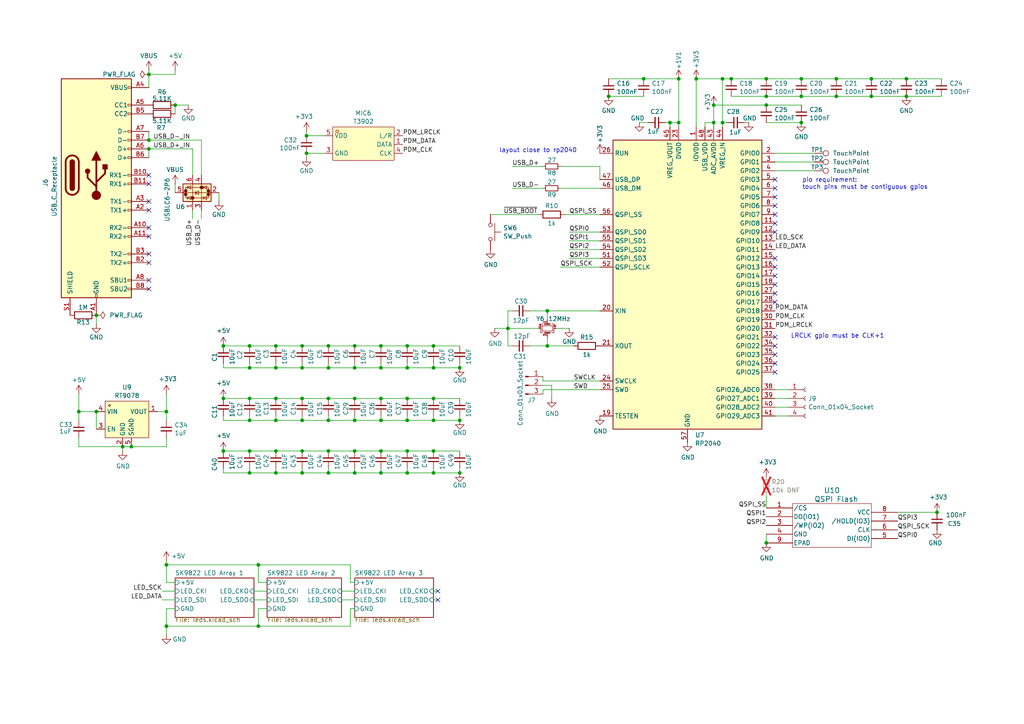
<source format=kicad_sch>
(kicad_sch (version 20231120) (generator "eeschema") (generator_version "8.0")
  (paper "A4")
  (junction (at 222.25 22.86))
  (junction (at 118.11 100.33))
  (junction (at 158.75 90.17))
  (junction (at 95.25 115.57))
  (junction (at 64.77 100.33))
  (junction (at 232.41 35.56))
  (junction (at 196.85 22.86))
  (junction (at 118.11 115.57))
  (junction (at 207.01 35.56))
  (junction (at 80.01 115.57))
  (junction (at 133.35 106.68))
  (junction (at 196.85 35.56))
  (junction (at 147.32 95.25))
  (junction (at 232.41 27.94))
  (junction (at 87.63 121.92))
  (junction (at 35.56 129.54))
  (junction (at 87.63 106.68))
  (junction (at 158.75 100.33))
  (junction (at 110.49 106.68))
  (junction (at 80.01 137.16))
  (junction (at 125.73 121.92))
  (junction (at 102.87 137.16))
  (junction (at 87.63 137.16))
  (junction (at 50.8 30.48))
  (junction (at 242.57 22.86))
  (junction (at 95.25 100.33))
  (junction (at 95.25 130.81))
  (junction (at 118.11 121.92))
  (junction (at 102.87 121.92))
  (junction (at 110.49 137.16))
  (junction (at 72.39 115.57))
  (junction (at 72.39 130.81))
  (junction (at 110.49 121.92))
  (junction (at 74.93 163.83))
  (junction (at 209.55 35.56))
  (junction (at 43.18 43.18))
  (junction (at 80.01 106.68))
  (junction (at 88.9 44.45))
  (junction (at 252.73 22.86))
  (junction (at 48.26 181.61))
  (junction (at 118.11 137.16))
  (junction (at 72.39 106.68))
  (junction (at 72.39 137.16))
  (junction (at 222.25 27.94))
  (junction (at 80.01 100.33))
  (junction (at 95.25 121.92))
  (junction (at 87.63 130.81))
  (junction (at 125.73 106.68))
  (junction (at 72.39 121.92))
  (junction (at 80.01 130.81))
  (junction (at 222.25 157.48))
  (junction (at 194.31 35.56))
  (junction (at 262.89 22.86))
  (junction (at 110.49 130.81))
  (junction (at 43.18 40.64))
  (junction (at 38.1 129.54))
  (junction (at 176.53 27.94))
  (junction (at 48.26 163.83))
  (junction (at 27.94 91.44))
  (junction (at 102.87 115.57))
  (junction (at 102.87 130.81))
  (junction (at 133.35 121.92))
  (junction (at 252.73 27.94))
  (junction (at 102.87 100.33))
  (junction (at 186.69 22.86))
  (junction (at 242.57 27.94))
  (junction (at 110.49 100.33))
  (junction (at 262.89 27.94))
  (junction (at 209.55 22.86))
  (junction (at 43.18 21.59))
  (junction (at 207.01 30.48))
  (junction (at 125.73 137.16))
  (junction (at 201.93 22.86))
  (junction (at 27.94 119.38))
  (junction (at 88.9 39.37))
  (junction (at 222.25 30.48))
  (junction (at 125.73 115.57))
  (junction (at 125.73 130.81))
  (junction (at 133.35 137.16))
  (junction (at 102.87 106.68))
  (junction (at 95.25 106.68))
  (junction (at 22.86 119.38))
  (junction (at 125.73 100.33))
  (junction (at 95.25 137.16))
  (junction (at 118.11 106.68))
  (junction (at 87.63 100.33))
  (junction (at 72.39 100.33))
  (junction (at 110.49 115.57))
  (junction (at 48.26 119.38))
  (junction (at 271.78 148.59))
  (junction (at 64.77 115.57))
  (junction (at 212.09 22.86))
  (junction (at 118.11 130.81))
  (junction (at 87.63 115.57))
  (junction (at 64.77 130.81))
  (junction (at 80.01 121.92))
  (junction (at 74.93 181.61))
  (junction (at 232.41 22.86))
  (no_connect (at 43.18 83.82))
  (no_connect (at 224.79 54.61))
  (no_connect (at 43.18 68.58))
  (no_connect (at 43.18 60.96))
  (no_connect (at 43.18 76.2))
  (no_connect (at 224.79 52.07))
  (no_connect (at 224.79 77.47))
  (no_connect (at 224.79 85.09))
  (no_connect (at 224.79 80.01))
  (no_connect (at 43.18 73.66))
  (no_connect (at 127 171.45))
  (no_connect (at 127 173.99))
  (no_connect (at 224.79 87.63))
  (no_connect (at 224.79 102.87))
  (no_connect (at 224.79 97.79))
  (no_connect (at 224.79 62.23))
  (no_connect (at 43.18 81.28))
  (no_connect (at 43.18 53.34))
  (no_connect (at 224.79 74.93))
  (no_connect (at 224.79 107.95))
  (no_connect (at 224.79 100.33))
  (no_connect (at 43.18 58.42))
  (no_connect (at 224.79 64.77))
  (no_connect (at 224.79 57.15))
  (no_connect (at 224.79 67.31))
  (no_connect (at 43.18 66.04))
  (no_connect (at 224.79 82.55))
  (no_connect (at 224.79 105.41))
  (no_connect (at 43.18 50.8))
  (no_connect (at 224.79 59.69))
  (wire (pts (xy 118.11 105.41) (xy 118.11 106.68)))
  (wire (pts (xy 201.93 22.86) (xy 201.93 36.83)))
  (wire (pts (xy 158.75 100.33) (xy 158.75 97.79)))
  (wire (pts (xy 58.42 40.64) (xy 43.18 40.64)))
  (wire (pts (xy 87.63 130.81) (xy 95.25 130.81)))
  (wire (pts (xy 133.35 106.68) (xy 125.73 106.68)))
  (wire (pts (xy 87.63 137.16) (xy 95.25 137.16)))
  (wire (pts (xy 87.63 120.65) (xy 87.63 121.92)))
  (wire (pts (xy 64.77 121.92) (xy 64.77 120.65)))
  (wire (pts (xy 48.26 168.91) (xy 50.8 168.91)))
  (wire (pts (xy 95.25 115.57) (xy 102.87 115.57)))
  (wire (pts (xy 48.26 163.83) (xy 74.93 163.83)))
  (wire (pts (xy 43.18 20.32) (xy 43.18 21.59)))
  (wire (pts (xy 158.75 90.17) (xy 173.99 90.17)))
  (wire (pts (xy 118.11 106.68) (xy 125.73 106.68)))
  (wire (pts (xy 48.26 176.53) (xy 50.8 176.53)))
  (wire (pts (xy 72.39 105.41) (xy 72.39 106.68)))
  (wire (pts (xy 95.25 137.16) (xy 102.87 137.16)))
  (wire (pts (xy 222.25 154.94) (xy 222.25 157.48)))
  (wire (pts (xy 48.26 181.61) (xy 48.26 176.53)))
  (wire (pts (xy 77.47 171.45) (xy 73.66 171.45)))
  (wire (pts (xy 101.6 163.83) (xy 101.6 168.91)))
  (wire (pts (xy 236.22 46.99) (xy 224.79 46.99)))
  (wire (pts (xy 242.57 22.86) (xy 252.73 22.86)))
  (wire (pts (xy 74.93 176.53) (xy 77.47 176.53)))
  (wire (pts (xy 222.25 143.51) (xy 222.25 147.32)))
  (wire (pts (xy 236.22 49.53) (xy 224.79 49.53)))
  (wire (pts (xy 157.48 48.26) (xy 148.59 48.26)))
  (wire (pts (xy 87.63 121.92) (xy 95.25 121.92)))
  (wire (pts (xy 157.48 54.61) (xy 148.59 54.61)))
  (wire (pts (xy 35.56 129.54) (xy 38.1 129.54)))
  (wire (pts (xy 102.87 135.89) (xy 102.87 137.16)))
  (wire (pts (xy 72.39 100.33) (xy 80.01 100.33)))
  (wire (pts (xy 176.53 27.94) (xy 186.69 27.94)))
  (wire (pts (xy 118.11 137.16) (xy 110.49 137.16)))
  (wire (pts (xy 118.11 121.92) (xy 125.73 121.92)))
  (wire (pts (xy 102.87 120.65) (xy 102.87 121.92)))
  (wire (pts (xy 58.42 60.96) (xy 58.42 63.5)))
  (wire (pts (xy 158.75 100.33) (xy 166.37 100.33)))
  (wire (pts (xy 157.48 113.03) (xy 157.48 114.3)))
  (wire (pts (xy 74.93 163.83) (xy 101.6 163.83)))
  (wire (pts (xy 48.26 114.3) (xy 48.26 119.38)))
  (wire (pts (xy 48.26 181.61) (xy 48.26 184.15)))
  (wire (pts (xy 204.47 35.56) (xy 204.47 36.83)))
  (wire (pts (xy 118.11 115.57) (xy 125.73 115.57)))
  (wire (pts (xy 204.47 35.56) (xy 207.01 35.56)))
  (wire (pts (xy 147.32 90.17) (xy 148.59 90.17)))
  (wire (pts (xy 87.63 106.68) (xy 80.01 106.68)))
  (wire (pts (xy 72.39 121.92) (xy 64.77 121.92)))
  (wire (pts (xy 88.9 45.72) (xy 88.9 44.45)))
  (wire (pts (xy 22.86 129.54) (xy 35.56 129.54)))
  (wire (pts (xy 43.18 40.64) (xy 43.18 38.1)))
  (wire (pts (xy 80.01 135.89) (xy 80.01 137.16)))
  (wire (pts (xy 142.24 62.23) (xy 156.21 62.23)))
  (wire (pts (xy 212.09 27.94) (xy 222.25 27.94)))
  (wire (pts (xy 110.49 120.65) (xy 110.49 121.92)))
  (wire (pts (xy 125.73 171.45) (xy 127 171.45)))
  (wire (pts (xy 80.01 130.81) (xy 87.63 130.81)))
  (wire (pts (xy 46.99 171.45) (xy 50.8 171.45)))
  (wire (pts (xy 110.49 115.57) (xy 118.11 115.57)))
  (wire (pts (xy 157.48 113.03) (xy 173.99 113.03)))
  (wire (pts (xy 118.11 137.16) (xy 125.73 137.16)))
  (wire (pts (xy 165.1 67.31) (xy 173.99 67.31)))
  (wire (pts (xy 43.18 25.4) (xy 43.18 21.59)))
  (wire (pts (xy 260.35 148.59) (xy 271.78 148.59)))
  (wire (pts (xy 74.93 181.61) (xy 101.6 181.61)))
  (wire (pts (xy 173.99 48.26) (xy 173.99 52.07)))
  (wire (pts (xy 80.01 100.33) (xy 87.63 100.33)))
  (wire (pts (xy 50.8 173.99) (xy 46.99 173.99)))
  (wire (pts (xy 43.18 45.72) (xy 43.18 43.18)))
  (wire (pts (xy 64.77 100.33) (xy 72.39 100.33)))
  (wire (pts (xy 64.77 106.68) (xy 64.77 105.41)))
  (wire (pts (xy 224.79 118.11) (xy 228.6 118.11)))
  (wire (pts (xy 201.93 22.86) (xy 209.55 22.86)))
  (wire (pts (xy 224.79 120.65) (xy 228.6 120.65)))
  (wire (pts (xy 133.35 106.68) (xy 133.35 105.41)))
  (wire (pts (xy 101.6 168.91) (xy 102.87 168.91)))
  (wire (pts (xy 147.32 90.17) (xy 147.32 95.25)))
  (wire (pts (xy 80.01 120.65) (xy 80.01 121.92)))
  (wire (pts (xy 87.63 115.57) (xy 95.25 115.57)))
  (wire (pts (xy 55.88 43.18) (xy 43.18 43.18)))
  (wire (pts (xy 118.11 130.81) (xy 125.73 130.81)))
  (wire (pts (xy 48.26 127) (xy 48.26 129.54)))
  (wire (pts (xy 125.73 100.33) (xy 133.35 100.33)))
  (wire (pts (xy 22.86 121.92) (xy 22.86 119.38)))
  (wire (pts (xy 72.39 137.16) (xy 64.77 137.16)))
  (wire (pts (xy 48.26 121.92) (xy 48.26 119.38)))
  (wire (pts (xy 72.39 106.68) (xy 64.77 106.68)))
  (wire (pts (xy 95.25 100.33) (xy 102.87 100.33)))
  (wire (pts (xy 125.73 135.89) (xy 125.73 137.16)))
  (wire (pts (xy 110.49 100.33) (xy 118.11 100.33)))
  (wire (pts (xy 232.41 30.48) (xy 222.25 30.48)))
  (wire (pts (xy 80.01 137.16) (xy 72.39 137.16)))
  (wire (pts (xy 125.73 115.57) (xy 133.35 115.57)))
  (wire (pts (xy 88.9 44.45) (xy 93.98 44.45)))
  (wire (pts (xy 80.01 115.57) (xy 87.63 115.57)))
  (wire (pts (xy 95.25 130.81) (xy 102.87 130.81)))
  (wire (pts (xy 196.85 22.86) (xy 196.85 35.56)))
  (wire (pts (xy 118.11 106.68) (xy 110.49 106.68)))
  (wire (pts (xy 63.5 58.42) (xy 63.5 55.88)))
  (wire (pts (xy 193.04 35.56) (xy 194.31 35.56)))
  (wire (pts (xy 207.01 35.56) (xy 207.01 36.83)))
  (wire (pts (xy 232.41 22.86) (xy 242.57 22.86)))
  (wire (pts (xy 207.01 30.48) (xy 222.25 30.48)))
  (wire (pts (xy 55.88 43.18) (xy 55.88 50.8)))
  (wire (pts (xy 161.29 95.25) (xy 165.1 95.25)))
  (wire (pts (xy 133.35 137.16) (xy 125.73 137.16)))
  (wire (pts (xy 48.26 162.56) (xy 48.26 163.83)))
  (wire (pts (xy 224.79 113.03) (xy 228.6 113.03)))
  (wire (pts (xy 118.11 121.92) (xy 110.49 121.92)))
  (wire (pts (xy 102.87 115.57) (xy 110.49 115.57)))
  (wire (pts (xy 101.6 176.53) (xy 102.87 176.53)))
  (wire (pts (xy 173.99 77.47) (xy 162.56 77.47)))
  (wire (pts (xy 212.09 22.86) (xy 222.25 22.86)))
  (wire (pts (xy 50.8 53.34) (xy 50.8 55.88)))
  (wire (pts (xy 50.8 30.48) (xy 54.61 30.48)))
  (wire (pts (xy 74.93 163.83) (xy 74.93 168.91)))
  (wire (pts (xy 186.69 22.86) (xy 196.85 22.86)))
  (wire (pts (xy 209.55 35.56) (xy 209.55 22.86)))
  (wire (pts (xy 153.67 100.33) (xy 158.75 100.33)))
  (wire (pts (xy 50.8 33.02) (xy 50.8 30.48)))
  (wire (pts (xy 102.87 106.68) (xy 110.49 106.68)))
  (wire (pts (xy 262.89 22.86) (xy 273.05 22.86)))
  (wire (pts (xy 125.73 120.65) (xy 125.73 121.92)))
  (wire (pts (xy 64.77 137.16) (xy 64.77 135.89)))
  (wire (pts (xy 58.42 50.8) (xy 58.42 40.64)))
  (wire (pts (xy 110.49 105.41) (xy 110.49 106.68)))
  (wire (pts (xy 22.86 119.38) (xy 27.94 119.38)))
  (wire (pts (xy 80.01 106.68) (xy 72.39 106.68)))
  (wire (pts (xy 194.31 35.56) (xy 194.31 36.83)))
  (wire (pts (xy 125.73 173.99) (xy 127 173.99)))
  (wire (pts (xy 27.94 93.98) (xy 27.94 91.44)))
  (wire (pts (xy 87.63 137.16) (xy 80.01 137.16)))
  (wire (pts (xy 158.75 92.71) (xy 158.75 90.17)))
  (wire (pts (xy 222.25 22.86) (xy 232.41 22.86)))
  (wire (pts (xy 102.87 137.16) (xy 110.49 137.16)))
  (wire (pts (xy 102.87 105.41) (xy 102.87 106.68)))
  (wire (pts (xy 99.06 171.45) (xy 102.87 171.45)))
  (wire (pts (xy 48.26 163.83) (xy 48.26 168.91)))
  (wire (pts (xy 147.32 100.33) (xy 148.59 100.33)))
  (wire (pts (xy 55.88 60.96) (xy 55.88 63.5)))
  (wire (pts (xy 133.35 121.92) (xy 133.35 120.65)))
  (wire (pts (xy 176.53 22.86) (xy 186.69 22.86)))
  (wire (pts (xy 101.6 176.53) (xy 101.6 181.61)))
  (wire (pts (xy 102.87 100.33) (xy 110.49 100.33)))
  (wire (pts (xy 252.73 22.86) (xy 262.89 22.86)))
  (wire (pts (xy 133.35 137.16) (xy 133.35 135.89)))
  (wire (pts (xy 95.25 106.68) (xy 102.87 106.68)))
  (wire (pts (xy 87.63 121.92) (xy 80.01 121.92)))
  (wire (pts (xy 157.48 110.49) (xy 157.48 109.22)))
  (wire (pts (xy 72.39 135.89) (xy 72.39 137.16)))
  (wire (pts (xy 165.1 72.39) (xy 173.99 72.39)))
  (wire (pts (xy 64.77 130.81) (xy 72.39 130.81)))
  (wire (pts (xy 242.57 27.94) (xy 252.73 27.94)))
  (wire (pts (xy 87.63 135.89) (xy 87.63 137.16)))
  (wire (pts (xy 209.55 35.56) (xy 209.55 36.83)))
  (wire (pts (xy 87.63 100.33) (xy 95.25 100.33)))
  (wire (pts (xy 88.9 38.1) (xy 88.9 39.37)))
  (wire (pts (xy 217.17 35.56) (xy 215.9 35.56)))
  (wire (pts (xy 207.01 30.48) (xy 207.01 35.56)))
  (wire (pts (xy 110.49 130.81) (xy 118.11 130.81)))
  (wire (pts (xy 162.56 48.26) (xy 173.99 48.26)))
  (wire (pts (xy 222.25 35.56) (xy 232.41 35.56)))
  (wire (pts (xy 194.31 35.56) (xy 196.85 35.56)))
  (wire (pts (xy 72.39 120.65) (xy 72.39 121.92)))
  (wire (pts (xy 35.56 129.54) (xy 35.56 130.81)))
  (wire (pts (xy 173.99 54.61) (xy 162.56 54.61)))
  (wire (pts (xy 50.8 21.59) (xy 43.18 21.59)))
  (wire (pts (xy 147.32 95.25) (xy 147.32 100.33)))
  (wire (pts (xy 160.02 111.76) (xy 160.02 115.57)))
  (wire (pts (xy 87.63 105.41) (xy 87.63 106.68)))
  (wire (pts (xy 118.11 100.33) (xy 125.73 100.33)))
  (wire (pts (xy 118.11 135.89) (xy 118.11 137.16)))
  (wire (pts (xy 22.86 127) (xy 22.86 129.54)))
  (wire (pts (xy 222.25 27.94) (xy 232.41 27.94)))
  (wire (pts (xy 163.83 62.23) (xy 173.99 62.23)))
  (wire (pts (xy 95.25 121.92) (xy 102.87 121.92)))
  (wire (pts (xy 72.39 130.81) (xy 80.01 130.81)))
  (wire (pts (xy 157.48 110.49) (xy 173.99 110.49)))
  (wire (pts (xy 102.87 130.81) (xy 110.49 130.81)))
  (wire (pts (xy 262.89 27.94) (xy 273.05 27.94)))
  (wire (pts (xy 165.1 69.85) (xy 173.99 69.85)))
  (wire (pts (xy 73.66 173.99) (xy 77.47 173.99)))
  (wire (pts (xy 252.73 27.94) (xy 262.89 27.94)))
  (wire (pts (xy 224.79 115.57) (xy 228.6 115.57)))
  (wire (pts (xy 74.93 168.91) (xy 77.47 168.91)))
  (wire (pts (xy 185.42 35.56) (xy 187.96 35.56)))
  (wire (pts (xy 210.82 35.56) (xy 209.55 35.56)))
  (wire (pts (xy 236.22 44.45) (xy 224.79 44.45)))
  (wire (pts (xy 157.48 111.76) (xy 160.02 111.76)))
  (wire (pts (xy 102.87 121.92) (xy 110.49 121.92)))
  (wire (pts (xy 209.55 22.86) (xy 212.09 22.86)))
  (wire (pts (xy 110.49 135.89) (xy 110.49 137.16)))
  (wire (pts (xy 125.73 105.41) (xy 125.73 106.68)))
  (wire (pts (xy 48.26 129.54) (xy 38.1 129.54)))
  (wire (pts (xy 74.93 181.61) (xy 74.93 176.53)))
  (wire (pts (xy 95.25 120.65) (xy 95.25 121.92)))
  (wire (pts (xy 88.9 39.37) (xy 93.98 39.37)))
  (wire (pts (xy 133.35 121.92) (xy 125.73 121.92)))
  (wire (pts (xy 48.26 119.38) (xy 45.72 119.38)))
  (wire (pts (xy 143.51 95.25) (xy 147.32 95.25)))
  (wire (pts (xy 102.87 173.99) (xy 99.06 173.99)))
  (wire (pts (xy 153.67 90.17) (xy 158.75 90.17)))
  (wire (pts (xy 118.11 120.65) (xy 118.11 121.92)))
  (wire (pts (xy 72.39 115.57) (xy 80.01 115.57)))
  (wire (pts (xy 147.32 95.25) (xy 156.21 95.25)))
  (wire (pts (xy 165.1 74.93) (xy 173.99 74.93)))
  (wire (pts (xy 80.01 121.92) (xy 72.39 121.92)))
  (wire (pts (xy 87.63 106.68) (xy 95.25 106.68)))
  (wire (pts (xy 232.41 27.94) (xy 242.57 27.94)))
  (wire (pts (xy 50.8 20.32) (xy 50.8 21.59)))
  (wire (pts (xy 22.86 114.3) (xy 22.86 119.38)))
  (wire (pts (xy 95.25 135.89) (xy 95.25 137.16)))
  (wire (pts (xy 64.77 115.57) (xy 72.39 115.57)))
  (wire (pts (xy 48.26 181.61) (xy 74.93 181.61)))
  (wire (pts (xy 80.01 105.41) (xy 80.01 106.68)))
  (wire (pts (xy 27.94 119.38) (xy 27.94 124.46)))
  (wire (pts (xy 125.73 130.81) (xy 133.35 130.81)))
  (wire (pts (xy 95.25 105.41) (xy 95.25 106.68)))
  (wire (pts (xy 196.85 35.56) (xy 196.85 36.83)))
  (text "layout close to rp2040" (at 144.78 44.45 0) (effects (font (size 1.27 1.27)) (justify left bottom)))
  (text "pio requirement:\ntouch pins must be contiguous gpios" (at 232.664 53.34 0) (effects (font (size 1.27 1.27)) (justify left)))
  (text "LRCLK gpio must be CLK+1" (at 229.362 97.536 0) (effects (font (size 1.27 1.27)) (justify left)))
  (label "USB_D+_IN" (at 44.45 43.18 0))
  (label "USB_D+" (at 55.88 63.5 270))
  (label "SWCLK" (at 166.37 110.49 0))
  (label "LED_DATA" (at 46.99 173.99 180))
  (label "LED_SCK" (at 46.99 171.45 180))
  (label "QSPI1" (at 222.25 149.86 180))
  (label "QSPI2" (at 165.1 72.39 0))
  (label "QSPI_SCK" (at 162.56 77.47 0))
  (label "QSPI1" (at 165.1 69.85 0))
  (label "~{USB_BOOT}" (at 146.05 62.23 0))
  (label "PDM_LRCLK" (at 116.84 39.37 0))
  (label "QSPI3" (at 260.35 151.13 0))
  (label "LED_SCK" (at 224.79 69.85 0))
  (label "LED_DATA" (at 224.79 72.39 0))
  (label "QSPI3" (at 165.1 74.93 0))
  (label "QSPI_SS" (at 222.25 147.32 180))
  (label "PDM_CLK" (at 116.84 44.45 0))
  (label "PDM_CLK" (at 224.79 92.71 0))
  (label "USB_D-" (at 148.59 54.61 0))
  (label "PDM_DATA" (at 116.84 41.91 0))
  (label "QSPI_SS" (at 165.1 62.23 0))
  (label "QSPI0" (at 260.35 156.21 0))
  (label "USB_D+" (at 148.59 48.26 0))
  (label "USB_D-" (at 58.42 63.5 270))
  (label "QSPI2" (at 222.25 152.4 180))
  (label "USB_D-_IN" (at 44.45 40.64 0))
  (label "QSPI_SCK" (at 260.35 153.67 0))
  (label "SWD" (at 166.37 113.03 0))
  (label "PDM_DATA" (at 224.79 90.17 0))
  (label "QSPI0" (at 165.1 67.31 0))
  (label "PDM_LRCLK" (at 224.79 95.25 0))
  (symbol (lib_id "power:+5V") (at 64.77 130.81 0) (unit 1)
    (property "Reference" "#PWR08" (effects (hide yes)))
    (property "Value" "+5V" (at 64.77 126.3666 0))
    (property "Description" "Power symbol creates a global label with name \"+5V\"" (effects (hide yes)))
  )
  (symbol (lib_id "power:GND") (at 88.9 45.72 0) (unit 1)
    (property "Reference" "#PWR059" (effects (hide yes)))
    (property "Value" "GND" (at 88.9 49.53 0))
    (property "Description" "Power symbol creates a global label with name \"GND\" , ground" (effects (hide yes)))
  )
  (symbol (lib_id "power:GND") (at 271.78 153.67 0) (unit 1)
    (property "Reference" "#PWR062" (effects (hide yes)))
    (property "Value" "GND" (at 269.24 157.48 0) (effects (justify left)))
    (property "Description" "Power symbol creates a global label with name \"GND\" , ground" (effects (hide yes)))
  )
  (symbol (lib_id "Device:C_Small") (at 110.49 133.35 180) (unit 1)
    (property "Reference" "C46" (at 107.95 131.826 90) (effects (justify left)))
    (property "Value" "10uF" (at 113.03 131.445 90) (effects (justify left)))
    (property "Footprint" "Capacitor_SMD:C_0402_1005Metric" (effects (hide yes)))
  )
  (symbol (lib_id "helixloop:RT9078-33GQZ") (at 36.83 121.92 0) (unit 1)
    (property "Reference" "U9" (at 36.83 112.3145 0))
    (property "Value" "RT9078" (at 36.83 114.7388 0))
    (property "Footprint" "Package_DFN_QFN:OnSemi_XDFN4-1EP_1.0x1.0mm_EP0.52x0.52mm" (effects (hide yes)))
    (property "Datasheet" "https://lcsc.com/product-detail/Low-Dropout-Regulators-LDO_RT9078-33GQZ_C147954.html" (effects (hide yes)))
    (property "LCSC Part" "C147954" (effects (hide yes)))
    (property "Designation" "RT9078-33GQZ" (effects (hide yes)))
  )
  (symbol (lib_id "power:VBUS") (at 50.8 53.34 0) (unit 1)
    (property "Reference" "#PWR038" (effects (hide yes)))
    (property "Value" "VBUS" (at 50.8 49.2069 0))
    (property "Description" "Power symbol creates a global label with name \"VBUS\"" (effects (hide yes)))
  )
  (symbol (lib_id "Device:C_Small") (at 151.13 100.33 270) (mirror x) (unit 1)
    (property "Reference" "C31" (at 150.876 103.378 90))
    (property "Value" "12pF" (at 151.384 97.536 90))
    (property "Footprint" "Capacitor_SMD:C_0402_1005Metric" (effects (hide yes)))
    (property "Designation" "CC0402FRNPO9BN120" (effects (hide yes)))
    (property "LCSC" "C326662" (effects (hide yes)))
  )
  (symbol (lib_id "helixloop:QSPI Flash") (at 241.3 152.4 0) (unit 1)
    (property "Reference" "U10" (at 241.3 142.24 0) (effects (font (size 1.524 1.524))))
    (property "Value" "QSPI Flash" (at 242.57 144.78 0) (effects (font (size 1.524 1.524))))
    (property "Footprint" "helixloop:USON_3X2_WIN" (effects (hide yes)))
    (property "Datasheet" "QSPI Flash" (effects (hide yes)))
    (property "Designation" "ZD25WQ16C" (effects (hide yes)))
    (property "LCSC" "C7304007" (effects (hide yes)))
  )
  (symbol (lib_id "power:+3V3") (at 88.9 38.1 0) (unit 1)
    (property "Reference" "#PWR055" (effects (hide yes)))
    (property "Value" "+3V3" (at 88.138 33.782 0))
    (property "Description" "Power symbol creates a global label with name \"+3V3\"" (effects (hide yes)))
  )
  (symbol (lib_id "helixloop:MMICT390200012") (at 105.41 41.91 0) (unit 1)
    (property "Reference" "MIC6" (at 105.41 32.8125 0))
    (property "Value" "T3902" (at 105.41 35.2368 0))
    (property "Footprint" "helixloop:MIC_T3902" (effects (hide yes)))
    (property "Datasheet" "http://invensense.tdk.com/wp-content/uploads/2020/05/DS-000357-T3902-v1.0.pdf" (effects (hide yes)))
    (property "LCSC Part" "C3171752" (effects (hide yes)))
    (property "Designation" "MMICT390200012" (effects (hide yes)))
  )
  (symbol (lib_id "Power_Protection:USBLC6-2P6") (at 55.88 55.88 90) (unit 1)
    (property "Reference" "U6" (at 52.324 59.944 90))
    (property "Value" "USBLC6-2P6" (at 48.514 57.912 0))
    (property "Footprint" "Package_TO_SOT_SMD:SOT-666" (effects (hide yes)))
    (property "Datasheet" "https://www.st.com/resource/en/datasheet/usblc6-2.pdf" (effects (hide yes)))
    (property "Description" "Very low capacitance ESD protection diode, 2 data-line, SOT-666" (effects (hide yes)))
    (property "LCSC" "C2827693" (effects (hide yes)))
  )
  (symbol (lib_id "Device:C_Small") (at 242.57 25.4 0) (unit 1)
    (property "Reference" "C21" (at 244.8941 24.1942 0) (effects (justify left)))
    (property "Value" "100nF" (at 244.8941 26.6184 0) (effects (justify left)))
    (property "Footprint" "Capacitor_SMD:C_0402_1005Metric" (effects (hide yes)))
    (property "Designation" "CC0402KRX7R7BB104" (effects (hide yes)))
    (property "LCSC" "C60474" (effects (hide yes)))
  )
  (symbol (lib_id "Device:C_Small") (at 213.36 35.56 90) (unit 1)
    (property "Reference" "C28" (at 214.63 32.385 90) (effects (justify left)))
    (property "Value" "1uF" (at 215.138 38.354 90) (effects (justify left)))
    (property "Footprint" "Capacitor_SMD:C_0402_1005Metric" (effects (hide yes)))
    (property "Designation" "CL05A105KP5NNNC" (effects (hide yes)))
    (property "LCSC" "C14445" (effects (hide yes)))
  )
  (symbol (lib_id "power:+5V") (at 64.77 100.33 0) (unit 1)
    (property "Reference" "#PWR025" (effects (hide yes)))
    (property "Value" "+5V" (at 64.77 95.8866 0))
    (property "Description" "Power symbol creates a global label with name \"+5V\"" (effects (hide yes)))
  )
  (symbol (lib_id "Device:C_Small") (at 87.63 102.87 180) (unit 1)
    (property "Reference" "C4" (at 85.09 101.346 90) (effects (justify left)))
    (property "Value" "10uF" (at 90.17 100.965 90) (effects (justify left)))
    (property "Footprint" "Capacitor_SMD:C_0402_1005Metric" (effects (hide yes)))
  )
  (symbol (lib_id "power:GND") (at 27.94 93.98 0) (mirror y) (unit 1)
    (property "Reference" "#PWR043" (effects (hide yes)))
    (property "Value" "GND" (at 27.94 97.79 0))
    (property "Description" "Power symbol creates a global label with name \"GND\" , ground" (effects (hide yes)))
  )
  (symbol (lib_id "Device:C_Small") (at 110.49 102.87 180) (unit 1)
    (property "Reference" "C7" (at 107.95 101.346 90) (effects (justify left)))
    (property "Value" "10uF" (at 113.03 100.965 90) (effects (justify left)))
    (property "Footprint" "Capacitor_SMD:C_0402_1005Metric" (effects (hide yes)))
  )
  (symbol (lib_id "Switch:SW_Push") (at 142.24 67.31 270) (unit 1)
    (property "Reference" "SW6" (at 145.923 66.0978 90) (effects (justify left)))
    (property "Value" "SW_Push" (at 145.923 68.5221 90) (effects (justify left)))
    (property "Footprint" "helixloop:KEY-SMD_L3.0-W2.5-LS4.0" (effects (hide yes)))
    (property "Datasheet" "https://www.lcsc.com/datasheet/lcsc_datasheet_2411211440_DEALON-TD-1183SA-1-7H-160_C2905190.pdf" (effects (hide yes)))
    (property "Description" "Push button switch, generic, two pins" (effects (hide yes)))
    (property "LCSC" "C2905190" (effects (hide yes)))
  )
  (symbol (lib_id "Device:C_Small") (at 95.25 118.11 180) (unit 1)
    (property "Reference" "C15" (at 92.71 116.586 90) (effects (justify left)))
    (property "Value" "10uF" (at 97.79 116.205 90) (effects (justify left)))
    (property "Footprint" "Capacitor_SMD:C_0402_1005Metric" (effects (hide yes)))
  )
  (symbol (lib_id "power:GND") (at 222.25 157.48 0) (unit 1)
    (property "Reference" "#PWR063" (effects (hide yes)))
    (property "Value" "GND" (at 222.377 161.8742 0))
    (property "Description" "Power symbol creates a global label with name \"GND\" , ground" (effects (hide yes)))
  )
  (symbol (lib_id "Device:C_Small") (at 48.26 124.46 0) (mirror y) (unit 1)
    (property "Reference" "C34" (at 50.5968 123.2916 0) (effects (justify right)))
    (property "Value" "1uF" (at 50.5968 125.603 0) (effects (justify right)))
    (property "Footprint" "Capacitor_SMD:C_0402_1005Metric" (effects (hide yes)))
    (property "LCSC" "C14445" (effects (hide yes)))
    (property "Designation" "CL05A105KP5NNNC" (effects (hide yes)))
  )
  (symbol (lib_id "Connector:TestPoint") (at 236.22 44.45 270) (unit 1) (in_bom no)
    (property "Reference" "TP1" (at 235.204 43.434 90) (effects (justify left)))
    (property "Value" "TouchPoint" (at 241.554 44.45 90) (effects (justify left)))
    (property "Footprint" "helixloop:TouchPoint" (effects (hide yes)))
    (property "Description" "test point" (effects (hide yes)))
  )
  (symbol (lib_id "Device:C_Small") (at 102.87 118.11 180) (unit 1)
    (property "Reference" "C29" (at 100.33 116.586 90) (effects (justify left)))
    (property "Value" "10uF" (at 105.41 116.205 90) (effects (justify left)))
    (property "Footprint" "Capacitor_SMD:C_0402_1005Metric" (effects (hide yes)))
  )
  (symbol (lib_id "MCU_RaspberryPi:RP2040") (at 199.39 82.55 0) (unit 1)
    (property "Reference" "U7" (at 201.5841 126.1801 0) (effects (justify left)))
    (property "Value" "RP2040" (at 201.5841 128.6043 0) (effects (justify left)))
    (property "Footprint" "Package_DFN_QFN:QFN-56-1EP_7x7mm_P0.4mm_EP3.2x3.2mm" (effects (hide yes)))
    (property "Datasheet" "https://datasheets.raspberrypi.com/rp2040/rp2040-datasheet.pdf" (effects (hide yes)))
    (property "LCSC" "C2040" (effects (hide yes)))
  )
  (symbol (lib_id "Device:C_Small") (at 125.73 118.11 180) (unit 1)
    (property "Reference" "C38" (at 123.19 116.586 90) (effects (justify left)))
    (property "Value" "10uF" (at 128.27 116.205 90) (effects (justify left)))
    (property "Footprint" "Capacitor_SMD:C_0402_1005Metric" (effects (hide yes)))
  )
  (symbol (lib_id "power:GND") (at 165.1 95.25 0) (unit 1)
    (property "Reference" "#PWR045" (effects (hide yes)))
    (property "Value" "GND" (at 165.1 99.06 0))
    (property "Description" "Power symbol creates a global label with name \"GND\" , ground" (effects (hide yes)))
  )
  (symbol (lib_id "Device:C_Small") (at 273.05 25.4 0) (unit 1)
    (property "Reference" "C24" (at 275.3741 24.1942 0) (effects (justify left)))
    (property "Value" "100nF" (at 275.3741 26.6184 0) (effects (justify left)))
    (property "Footprint" "Capacitor_SMD:C_0402_1005Metric" (effects (hide yes)))
    (property "Designation" "CC0402KRX7R7BB104" (effects (hide yes)))
    (property "LCSC" "C60474" (effects (hide yes)))
  )
  (symbol (lib_id "power:+3V3") (at 222.25 138.43 0) (unit 1)
    (property "Reference" "#PWR058" (effects (hide yes)))
    (property "Value" "+3V3" (at 222.631 134.0358 0))
    (property "Description" "Power symbol creates a global label with name \"+3V3\"" (effects (hide yes)))
  )
  (symbol (lib_id "Device:C_Small") (at 133.35 102.87 180) (unit 1)
    (property "Reference" "C10" (at 130.81 101.092 90) (effects (justify left)))
    (property "Value" "10uF" (at 135.89 100.965 90) (effects (justify left)))
    (property "Footprint" "Capacitor_SMD:C_0402_1005Metric" (effects (hide yes)))
  )
  (symbol (lib_id "Device:C_Small") (at 232.41 25.4 0) (unit 1)
    (property "Reference" "C20" (at 234.7341 24.1942 0) (effects (justify left)))
    (property "Value" "100nF" (at 234.7341 26.6184 0) (effects (justify left)))
    (property "Footprint" "Capacitor_SMD:C_0402_1005Metric" (effects (hide yes)))
    (property "Designation" "CC0402KRX7R7BB104" (effects (hide yes)))
    (property "LCSC" "C60474" (effects (hide yes)))
  )
  (symbol (lib_id "Device:C_Small") (at 133.35 118.11 180) (unit 1)
    (property "Reference" "C39" (at 130.81 116.332 90) (effects (justify left)))
    (property "Value" "10uF" (at 135.89 116.205 90) (effects (justify left)))
    (property "Footprint" "Capacitor_SMD:C_0402_1005Metric" (effects (hide yes)))
  )
  (symbol (lib_id "power:+3V3") (at 48.26 114.3 0) (unit 1)
    (property "Reference" "#PWR057" (effects (hide yes)))
    (property "Value" "+3V3" (at 48.641 109.9058 0))
    (property "Description" "Power symbol creates a global label with name \"+3V3\"" (effects (hide yes)))
  )
  (symbol (lib_id "Device:Crystal_GND24_Small") (at 158.75 95.25 270) (unit 1)
    (property "Reference" "Y6" (at 155.448 92.456 90) (effects (justify left)))
    (property "Value" "12MHz" (at 159.004 92.456 90) (effects (justify left)))
    (property "Footprint" "Crystal:Crystal_SMD_2520-4Pin_2.5x2.0mm" (effects (hide yes)))
    (property "Designation" "TXM12M0004252FBCEO00T" (effects (hide yes)))
    (property "LCSC" "C284155" (effects (hide yes)))
  )
  (symbol (lib_id "Device:C_Small") (at 80.01 102.87 180) (unit 1)
    (property "Reference" "C3" (at 77.216 101.346 90) (effects (justify left)))
    (property "Value" "10uF" (at 82.55 100.965 90) (effects (justify left)))
    (property "Footprint" "Capacitor_SMD:C_0402_1005Metric" (effects (hide yes)))
  )
  (symbol (lib_id "power:GND") (at 63.5 58.42 0) (mirror y) (unit 1)
    (property "Reference" "#PWR039" (effects (hide yes)))
    (property "Value" "GND" (at 63.5 62.23 0))
    (property "Description" "Power symbol creates a global label with name \"GND\" , ground" (effects (hide yes)))
  )
  (symbol (lib_id "power:+5V") (at 50.8 20.32 0) (unit 1)
    (property "Reference" "#PWR027" (effects (hide yes)))
    (property "Value" "+5V" (at 50.8 16.1869 0))
    (property "Description" "Power symbol creates a global label with name \"+5V\"" (effects (hide yes)))
  )
  (symbol (lib_id "Device:C_Small") (at 118.11 133.35 180) (unit 1)
    (property "Reference" "C47" (at 115.57 131.826 90) (effects (justify left)))
    (property "Value" "10uF" (at 120.65 131.445 90) (effects (justify left)))
    (property "Footprint" "Capacitor_SMD:C_0402_1005Metric" (effects (hide yes)))
  )
  (symbol (lib_id "Connector:Conn_01x03_Pin") (at 152.4 111.76 0) (unit 1) (in_bom no)
    (property "Reference" "J7" (at 154.178 116.078 0))
    (property "Value" "Conn_01x03_Socket" (at 150.876 114.046 90))
    (property "Footprint" "helixloop:MinimalPinSocket_1x03_P1.27mm_Vertical" (effects (hide yes)))
    (property "Description" "Generic connector, single row, 01x03, script generated" (effects (hide yes)))
  )
  (symbol (lib_id "Device:R") (at 46.99 33.02 270) (unit 1)
    (property "Reference" "R7" (at 46.736 37.084 90))
    (property "Value" "5.11K" (at 46.99 35.052 90))
    (property "Footprint" "Resistor_SMD:R_0402_1005Metric" (effects (hide yes)))
    (property "Designation" "RC0402FR-075K11L" (effects (hide yes)))
    (property "LCSC" "C274895" (effects (hide yes)))
  )
  (symbol (lib_id "Device:C_Small") (at 271.78 151.13 0) (unit 1)
    (property "Reference" "C35" (at 274.828 151.892 0) (effects (justify left)))
    (property "Value" "100nF" (at 274.32 149.352 0) (effects (justify left)))
    (property "Footprint" "Capacitor_SMD:C_0402_1005Metric" (effects (hide yes)))
    (property "Designation" "CC0402KRX7R7BB104" (effects (hide yes)))
    (property "LCSC" "C60474" (effects (hide yes)))
  )
  (symbol (lib_id "power:GND") (at 133.35 137.16 0) (unit 1)
    (property "Reference" "#PWR09" (effects (hide yes)))
    (property "Value" "GND" (at 133.35 140.7358 0))
    (property "Description" "Power symbol creates a global label with name \"GND\" , ground" (effects (hide yes)))
  )
  (symbol (lib_id "Device:C_Small") (at 222.25 33.02 0) (unit 1)
    (property "Reference" "C25" (at 224.5741 31.8142 0) (effects (justify left)))
    (property "Value" "100nF" (at 224.5741 34.2384 0) (effects (justify left)))
    (property "Footprint" "Capacitor_SMD:C_0402_1005Metric" (effects (hide yes)))
    (property "Designation" "CC0402KRX7R7BB104" (effects (hide yes)))
    (property "LCSC" "C60474" (effects (hide yes)))
  )
  (symbol (lib_id "Device:C_Small") (at 72.39 102.87 180) (unit 1)
    (property "Reference" "C2" (at 69.596 101.6 90) (effects (justify left)))
    (property "Value" "10uF" (at 74.93 100.965 90) (effects (justify left)))
    (property "Footprint" "Capacitor_SMD:C_0402_1005Metric" (effects (hide yes)))
  )
  (symbol (lib_id "Device:C_Small") (at 95.25 102.87 180) (unit 1)
    (property "Reference" "C5" (at 92.71 101.346 90) (effects (justify left)))
    (property "Value" "10uF" (at 97.79 100.965 90) (effects (justify left)))
    (property "Footprint" "Capacitor_SMD:C_0402_1005Metric" (effects (hide yes)))
  )
  (symbol (lib_id "power:GND") (at 185.42 35.56 0) (unit 1)
    (property "Reference" "#PWR034" (effects (hide yes)))
    (property "Value" "GND" (at 182.88 34.29 0) (effects (justify left)))
    (property "Description" "Power symbol creates a global label with name \"GND\" , ground" (effects (hide yes)))
  )
  (symbol (lib_id "power:GND") (at 133.35 121.92 0) (unit 1)
    (property "Reference" "#PWR07" (effects (hide yes)))
    (property "Value" "GND" (at 133.35 125.4958 0))
    (property "Description" "Power symbol creates a global label with name \"GND\" , ground" (effects (hide yes)))
  )
  (symbol (lib_id "Device:C_Small") (at 72.39 118.11 180) (unit 1)
    (property "Reference" "C12" (at 69.596 116.84 90) (effects (justify left)))
    (property "Value" "10uF" (at 74.93 116.205 90) (effects (justify left)))
    (property "Footprint" "Capacitor_SMD:C_0402_1005Metric" (effects (hide yes)))
  )
  (symbol (lib_id "Device:C_Small") (at 87.63 133.35 180) (unit 1)
    (property "Reference" "C43" (at 85.09 131.826 90) (effects (justify left)))
    (property "Value" "10uF" (at 90.17 131.445 90) (effects (justify left)))
    (property "Footprint" "Capacitor_SMD:C_0402_1005Metric" (effects (hide yes)))
  )
  (symbol (lib_id "Device:C_Small") (at 212.09 25.4 0) (unit 1)
    (property "Reference" "C18" (at 214.4141 24.1942 0) (effects (justify left)))
    (property "Value" "100nF" (at 214.4141 26.6184 0) (effects (justify left)))
    (property "Footprint" "Capacitor_SMD:C_0402_1005Metric" (effects (hide yes)))
    (property "Designation" "CC0402KRX7R7BB104" (effects (hide yes)))
    (property "LCSC" "C60474" (effects (hide yes)))
  )
  (symbol (lib_id "power:+3V3") (at 207.01 30.48 0) (unit 1)
    (property "Reference" "#PWR033" (effects (hide yes)))
    (property "Value" "+3V3" (at 205.232 29.718 90))
    (property "Description" "Power symbol creates a global label with name \"+3V3\"" (effects (hide yes)))
  )
  (symbol (lib_id "Connector:TestPoint") (at 236.22 49.53 270) (unit 1) (in_bom no)
    (property "Reference" "TP3" (at 235.204 48.514 90) (effects (justify left)))
    (property "Value" "TouchPoint" (at 241.554 49.53 90) (effects (justify left)))
    (property "Footprint" "helixloop:TouchPoint" (effects (hide yes)))
    (property "Description" "test point" (effects (hide yes)))
  )
  (symbol (lib_id "Device:C_Small") (at 262.89 25.4 0) (unit 1)
    (property "Reference" "C23" (at 265.2141 24.1942 0) (effects (justify left)))
    (property "Value" "100nF" (at 265.2141 26.6184 0) (effects (justify left)))
    (property "Footprint" "Capacitor_SMD:C_0402_1005Metric" (effects (hide yes)))
    (property "Designation" "CC0402KRX7R7BB104" (effects (hide yes)))
    (property "LCSC" "C60474" (effects (hide yes)))
  )
  (symbol (lib_id "power:+5V") (at 64.77 115.57 0) (unit 1)
    (property "Reference" "#PWR06" (effects (hide yes)))
    (property "Value" "+5V" (at 64.77 111.1266 0))
    (property "Description" "Power symbol creates a global label with name \"+5V\"" (effects (hide yes)))
  )
  (symbol (lib_id "power:GND") (at 217.17 35.56 0) (unit 1)
    (property "Reference" "#PWR035" (effects (hide yes)))
    (property "Value" "GND" (at 215.392 34.29 0) (effects (justify left)))
    (property "Description" "Power symbol creates a global label with name \"GND\" , ground" (effects (hide yes)))
  )
  (symbol (lib_id "Device:C_Small") (at 118.11 118.11 180) (unit 1)
    (property "Reference" "C37" (at 115.57 116.586 90) (effects (justify left)))
    (property "Value" "10uF" (at 120.65 116.205 90) (effects (justify left)))
    (property "Footprint" "Capacitor_SMD:C_0402_1005Metric" (effects (hide yes)))
  )
  (symbol (lib_id "Device:C_Small") (at 102.87 102.87 180) (unit 1)
    (property "Reference" "C6" (at 100.33 101.346 90) (effects (justify left)))
    (property "Value" "10uF" (at 105.41 100.965 90) (effects (justify left)))
    (property "Footprint" "Capacitor_SMD:C_0402_1005Metric" (effects (hide yes)))
  )
  (symbol (lib_id "power:GND") (at 54.61 30.48 0) (mirror y) (unit 1)
    (property "Reference" "#PWR030" (effects (hide yes)))
    (property "Value" "GND" (at 54.61 34.29 0))
    (property "Description" "Power symbol creates a global label with name \"GND\" , ground" (effects (hide yes)))
  )
  (symbol (lib_id "Device:C_Small") (at 133.35 133.35 180) (unit 1)
    (property "Reference" "C49" (at 130.81 131.572 90) (effects (justify left)))
    (property "Value" "10uF" (at 135.89 131.445 90) (effects (justify left)))
    (property "Footprint" "Capacitor_SMD:C_0402_1005Metric" (effects (hide yes)))
  )
  (symbol (lib_id "Connector:Conn_01x04_Socket") (at 233.68 115.57 0) (unit 1) (in_bom no)
    (property "Reference" "J9" (at 234.3912 115.6278 0) (effects (justify left)))
    (property "Value" "Conn_01x04_Socket" (at 234.3912 118.0521 0) (effects (justify left)))
    (property "Footprint" "helixloop:MinimalPinSocket_1x04_P1.27mm_Vertical" (effects (hide yes)))
    (property "Description" "Generic connector, single row, 01x04, script generated" (effects (hide yes)))
  )
  (symbol (lib_id "Device:R") (at 24.13 91.44 270) (unit 1)
    (property "Reference" "R13" (at 24.13 93.472 90))
    (property "Value" "1M" (at 24.13 89.154 90))
    (property "Footprint" "Resistor_SMD:R_0402_1005Metric" (effects (hide yes)))
    (property "Designation" "RC0402JR-071ML" (effects (hide yes)))
    (property "LCSC" "C93949" (effects (hide yes)))
  )
  (symbol (lib_id "power:GND") (at 160.02 115.57 0) (unit 1)
    (property "Reference" "#PWR050" (effects (hide yes)))
    (property "Value" "GND" (at 160.147 119.9642 0))
    (property "Description" "Power symbol creates a global label with name \"GND\" , ground" (effects (hide yes)))
  )
  (symbol (lib_id "Device:C_Small") (at 110.49 118.11 180) (unit 1)
    (property "Reference" "C36" (at 107.95 116.586 90) (effects (justify left)))
    (property "Value" "10uF" (at 113.03 116.205 90) (effects (justify left)))
    (property "Footprint" "Capacitor_SMD:C_0402_1005Metric" (effects (hide yes)))
  )
  (symbol (lib_id "Device:C_Small") (at 64.77 133.35 180) (unit 1)
    (property "Reference" "C40" (at 62.23 132.715 90) (effects (justify left)))
    (property "Value" "10uF" (at 67.31 131.445 90) (effects (justify left)))
    (property "Footprint" "Capacitor_SMD:C_0402_1005Metric" (effects (hide yes)))
  )
  (symbol (lib_id "power:+5V") (at 22.86 114.3 0) (unit 1)
    (property "Reference" "#PWR056" (effects (hide yes)))
    (property "Value" "+5V" (at 22.86 110.1669 0))
    (property "Description" "Power symbol creates a global label with name \"+5V\"" (effects (hide yes)))
  )
  (symbol (lib_id "Device:C_Small") (at 80.01 118.11 180) (unit 1)
    (property "Reference" "C13" (at 77.216 116.586 90) (effects (justify left)))
    (property "Value" "10uF" (at 82.55 116.205 90) (effects (justify left)))
    (property "Footprint" "Capacitor_SMD:C_0402_1005Metric" (effects (hide yes)))
  )
  (symbol (lib_id "Device:C_Small") (at 64.77 118.11 180) (unit 1)
    (property "Reference" "C11" (at 62.23 117.475 90) (effects (justify left)))
    (property "Value" "10uF" (at 67.31 116.205 90) (effects (justify left)))
    (property "Footprint" "Capacitor_SMD:C_0402_1005Metric" (effects (hide yes)))
  )
  (symbol (lib_id "Device:C_Small") (at 22.86 124.46 0) (mirror y) (unit 1)
    (property "Reference" "C33" (at 17.145 123.19 0) (effects (justify right)))
    (property "Value" "1uF" (at 17.145 125.095 0) (effects (justify right)))
    (property "Footprint" "Capacitor_SMD:C_0402_1005Metric" (effects (hide yes)))
    (property "LCSC" "C14445" (effects (hide yes)))
    (property "Designation" "CL05A105KP5NNNC" (effects (hide yes)))
  )
  (symbol (lib_id "power:GND") (at 48.26 184.15 0) (unit 1)
    (property "Reference" "#PWR0101" (effects (hide yes)))
    (property "Value" "GND" (at 50.038 185.42 0) (effects (justify left)))
    (property "Description" "Power symbol creates a global label with name \"GND\" , ground" (effects (hide yes)))
  )
  (symbol (lib_id "Device:C_Small") (at 176.53 25.4 0) (unit 1)
    (property "Reference" "C16" (at 178.8541 24.1942 0) (effects (justify left)))
    (property "Value" "100nF" (at 178.8541 26.6184 0) (effects (justify left)))
    (property "Footprint" "Capacitor_SMD:C_0402_1005Metric" (effects (hide yes)))
    (property "Designation" "CC0402KRX7R7BB104" (effects (hide yes)))
    (property "LCSC" "C60474" (effects (hide yes)))
  )
  (symbol (lib_id "Connector:USB_C_Receptacle") (at 27.94 50.8 0) (unit 1)
    (property "Reference" "J6" (at 13.208 51.816 90) (effects (justify right)))
    (property "Value" "USB_C_Receptacle" (at 15.748 45.212 90) (effects (justify right)))
    (property "Footprint" "helixloop:USB-SMD_USB-TYPE-C-020" (effects (hide yes)))
    (property "Datasheet" "https://www.usb.org/sites/default/files/documents/usb_type-c.zip" (effects (hide yes)))
    (property "Designation" "USB-TYPE-C-020" (effects (hide yes)))
    (property "LCSC" "C2927040" (effects (hide yes)))
  )
  (symbol (lib_id "power:GND") (at 232.41 35.56 0) (unit 1)
    (property "Reference" "#PWR036" (effects (hide yes)))
    (property "Value" "GND" (at 232.41 39.6931 0))
    (property "Description" "Power symbol creates a global label with name \"GND\" , ground" (effects (hide yes)))
  )
  (symbol (lib_id "power:GND") (at 35.56 130.81 0) (unit 1)
    (property "Reference" "#PWR060" (effects (hide yes)))
    (property "Value" "GND" (at 35.687 135.2042 0))
    (property "Description" "Power symbol creates a global label with name \"GND\" , ground" (effects (hide yes)))
  )
  (symbol (lib_id "Device:R") (at 46.99 30.48 270) (unit 1)
    (property "Reference" "R6" (at 46.99 26.67 90))
    (property "Value" "5.11K" (at 46.99 28.575 90))
    (property "Footprint" "Resistor_SMD:R_0402_1005Metric" (effects (hide yes)))
    (property "Designation" "RC0402FR-075K11L" (effects (hide yes)))
    (property "LCSC" "C274895" (effects (hide yes)))
  )
  (symbol (lib_id "Device:C_Small") (at 102.87 133.35 180) (unit 1)
    (property "Reference" "C45" (at 100.33 131.826 90) (effects (justify left)))
    (property "Value" "10uF" (at 105.41 131.445 90) (effects (justify left)))
    (property "Footprint" "Capacitor_SMD:C_0402_1005Metric" (effects (hide yes)))
  )
  (symbol (lib_id "Device:C_Small") (at 87.63 118.11 180) (unit 1)
    (property "Reference" "C14" (at 85.09 116.586 90) (effects (justify left)))
    (property "Value" "10uF" (at 90.17 116.205 90) (effects (justify left)))
    (property "Footprint" "Capacitor_SMD:C_0402_1005Metric" (effects (hide yes)))
  )
  (symbol (lib_id "power:GND") (at 173.99 120.65 0) (unit 1)
    (property "Reference" "#PWR052" (effects (hide yes)))
    (property "Value" "GND" (at 174.117 125.0442 0))
    (property "Description" "Power symbol creates a global label with name \"GND\" , ground" (effects (hide yes)))
  )
  (symbol (lib_id "Device:R_Small") (at 222.25 140.97 0) (unit 1) (in_bom no) (dnp yes)
    (property "Reference" "R20" (at 223.7486 139.7579 0) (effects (justify left)))
    (property "Value" "10k DNF" (at 223.7486 142.1821 0) (effects (justify left)))
    (property "Footprint" "Resistor_SMD:R_0402_1005Metric" (effects (hide yes)))
  )
  (symbol (lib_id "Device:C_Small") (at 222.25 25.4 0) (unit 1)
    (property "Reference" "C19" (at 224.5741 24.1942 0) (effects (justify left)))
    (property "Value" "100nF" (at 224.5741 26.6184 0) (effects (justify left)))
    (property "Footprint" "Capacitor_SMD:C_0402_1005Metric" (effects (hide yes)))
    (property "Designation" "CC0402KRX7R7BB104" (effects (hide yes)))
    (property "LCSC" "C60474" (effects (hide yes)))
  )
  (symbol (lib_id "power:+3V3") (at 173.99 44.45 0) (unit 1)
    (property "Reference" "#PWR037" (effects (hide yes)))
    (property "Value" "+3V3" (at 173.99 38.862 90))
    (property "Description" "Power symbol creates a global label with name \"+3V3\"" (effects (hide yes)))
  )
  (symbol (lib_id "Device:C_Small") (at 252.73 25.4 0) (unit 1)
    (property "Reference" "C22" (at 255.0541 24.1942 0) (effects (justify left)))
    (property "Value" "100nF" (at 255.0541 26.6184 0) (effects (justify left)))
    (property "Footprint" "Capacitor_SMD:C_0402_1005Metric" (effects (hide yes)))
    (property "Designation" "CC0402KRX7R7BB104" (effects (hide yes)))
    (property "LCSC" "C60474" (effects (hide yes)))
  )
  (symbol (lib_id "power:GND") (at 143.51 95.25 0) (unit 1)
    (property "Reference" "#PWR044" (effects (hide yes)))
    (property "Value" "GND" (at 143.637 99.6442 0))
    (property "Description" "Power symbol creates a global label with name \"GND\" , ground" (effects (hide yes)))
  )
  (symbol (lib_id "power:+3V3") (at 201.93 22.86 0) (unit 1)
    (property "Reference" "#PWR029" (effects (hide yes)))
    (property "Value" "+3V3" (at 201.93 17.272 90))
    (property "Description" "Power symbol creates a global label with name \"+3V3\"" (effects (hide yes)))
  )
  (symbol (lib_id "Device:C_Small") (at 232.41 33.02 0) (unit 1)
    (property "Reference" "C26" (at 234.7341 31.8142 0) (effects (justify left)))
    (property "Value" "100nF" (at 234.7341 34.2384 0) (effects (justify left)))
    (property "Footprint" "Capacitor_SMD:C_0402_1005Metric" (effects (hide yes)))
    (property "LCSC" "C60474" (effects (hide yes)))
    (property "Designation" "CC0402KRX7R7BB104" (effects (hide yes)))
  )
  (symbol (lib_id "Device:R_Small") (at 160.02 54.61 90) (unit 1)
    (property "Reference" "R9" (at 160.02 56.515 90))
    (property "Value" "27" (at 160.02 52.832 90))
    (property "Footprint" "Resistor_SMD:R_0402_1005Metric" (effects (hide yes)))
    (property "Designation" "RC0402FR-0727RL" (effects (hide yes)))
    (property "LCSC" "C138021" (effects (hide yes)))
  )
  (symbol (lib_id "Device:C_Small") (at 125.73 102.87 180) (unit 1)
    (property "Reference" "C9" (at 123.19 101.346 90) (effects (justify left)))
    (property "Value" "10uF" (at 128.27 100.965 90) (effects (justify left)))
    (property "Footprint" "Capacitor_SMD:C_0402_1005Metric" (effects (hide yes)))
  )
  (symbol (lib_id "power:+1V1") (at 196.85 22.86 0) (unit 1)
    (property "Reference" "#PWR028" (effects (hide yes)))
    (property "Value" "+1V1" (at 196.85 17.526 90))
  )
  (symbol (lib_id "power:GND") (at 133.35 106.68 0) (unit 1)
    (property "Reference" "#PWR020" (effects (hide yes)))
    (property "Value" "GND" (at 133.35 110.2558 0))
    (property "Description" "Power symbol creates a global label with name \"GND\" , ground" (effects (hide yes)))
  )
  (symbol (lib_id "power:GND") (at 142.24 72.39 0) (unit 1)
    (property "Reference" "#PWR040" (effects (hide yes)))
    (property "Value" "GND" (at 142.367 76.7842 0))
    (property "Description" "Power symbol creates a global label with name \"GND\" , ground" (effects (hide yes)))
  )
  (symbol (lib_id "power:PWR_FLAG") (at 43.18 21.59 90) (unit 1)
    (property "Reference" "#FLG06" (effects (hide yes)))
    (property "Value" "PWR_FLAG" (at 39.37 21.59 90) (effects (justify left)))
    (property "Description" "Special symbol for telling ERC where power comes from" (effects (hide yes)))
  )
  (symbol (lib_id "Device:C_Small") (at 190.5 35.56 270) (unit 1)
    (property "Reference" "C27" (at 188.595 32.385 90) (effects (justify left)))
    (property "Value" "1uF" (at 187.706 38.1 90) (effects (justify left)))
    (property "Footprint" "Capacitor_SMD:C_0402_1005Metric" (effects (hide yes)))
    (property "Designation" "CL05A105KP5NNNC" (effects (hide yes)))
    (property "LCSC" "C14445" (effects (hide yes)))
  )
  (symbol (lib_id "power:VBUS") (at 43.18 20.32 0) (unit 1)
    (property "Reference" "#PWR026" (effects (hide yes)))
    (property "Value" "VBUS" (at 43.18 16.1869 0))
    (property "Description" "Power symbol creates a global label with name \"VBUS\"" (effects (hide yes)))
  )
  (symbol (lib_id "Device:C_Small") (at 186.69 25.4 0) (unit 1)
    (property "Reference" "C17" (at 189.0141 24.1942 0) (effects (justify left)))
    (property "Value" "100nF" (at 189.0141 26.6184 0) (effects (justify left)))
    (property "Footprint" "Capacitor_SMD:C_0402_1005Metric" (effects (hide yes)))
    (property "Designation" "CC0402KRX7R7BB104" (effects (hide yes)))
    (property "LCSC" "C60474" (effects (hide yes)))
  )
  (symbol (lib_id "Device:C_Small") (at 95.25 133.35 180) (unit 1)
    (property "Reference" "C44" (at 92.71 131.826 90) (effects (justify left)))
    (property "Value" "10uF" (at 97.79 131.445 90) (effects (justify left)))
    (property "Footprint" "Capacitor_SMD:C_0402_1005Metric" (effects (hide yes)))
  )
  (symbol (lib_id "Device:C_Small") (at 64.77 102.87 180) (unit 1)
    (property "Reference" "C1" (at 62.23 102.235 90) (effects (justify left)))
    (property "Value" "10uF" (at 67.31 100.965 90) (effects (justify left)))
    (property "Footprint" "Capacitor_SMD:C_0402_1005Metric" (effects (hide yes)))
  )
  (symbol (lib_id "Device:C_Small") (at 88.9 41.91 0) (unit 1)
    (property "Reference" "C32" (at 82.296 40.64 0) (effects (justify left)))
    (property "Value" "100nF" (at 81.026 42.926 0) (effects (justify left)))
    (property "Footprint" "Capacitor_SMD:C_0402_1005Metric" (effects (hide yes)))
    (property "Designation" "CC0402KRX7R7BB104" (effects (hide yes)))
    (property "LCSC" "C60474" (effects (hide yes)))
  )
  (symbol (lib_id "power:GND") (at 176.53 27.94 0) (unit 1)
    (property "Reference" "#PWR031" (effects (hide yes)))
    (property "Value" "GND" (at 176.53 32.0731 0))
    (property "Description" "Power symbol creates a global label with name \"GND\" , ground" (effects (hide yes)))
  )
  (symbol (lib_id "Device:C_Small") (at 80.01 133.35 180) (unit 1)
    (property "Reference" "C42" (at 77.216 131.826 90) (effects (justify left)))
    (property "Value" "10uF" (at 82.55 131.445 90) (effects (justify left)))
    (property "Footprint" "Capacitor_SMD:C_0402_1005Metric" (effects (hide yes)))
  )
  (symbol (lib_id "Device:C_Small") (at 72.39 133.35 180) (unit 1)
    (property "Reference" "C41" (at 69.596 132.08 90) (effects (justify left)))
    (property "Value" "10uF" (at 74.93 131.445 90) (effects (justify left)))
    (property "Footprint" "Capacitor_SMD:C_0402_1005Metric" (effects (hide yes)))
  )
  (symbol (lib_id "Device:C_Small") (at 125.73 133.35 180) (unit 1)
    (property "Reference" "C48" (at 123.19 131.826 90) (effects (justify left)))
    (property "Value" "10uF" (at 128.27 131.445 90) (effects (justify left)))
    (property "Footprint" "Capacitor_SMD:C_0402_1005Metric" (effects (hide yes)))
  )
  (symbol (lib_id "Connector:TestPoint") (at 236.22 46.99 270) (unit 1) (in_bom no)
    (property "Reference" "TP2" (at 235.204 45.974 90) (effects (justify left)))
    (property "Value" "TouchPoint" (at 241.554 46.99 90) (effects (justify left)))
    (property "Footprint" "helixloop:TouchPoint" (effects (hide yes)))
    (property "Description" "test point" (effects (hide yes)))
  )
  (symbol (lib_id "Device:R_Small") (at 160.02 48.26 90) (unit 1)
    (property "Reference" "R8" (at 160.02 50.165 90))
    (property "Value" "27" (at 160.02 46.482 90))
    (property "Footprint" "Resistor_SMD:R_0402_1005Metric" (effects (hide yes)))
    (property "Designation" "RC0402FR-0727RL" (effects (hide yes)))
    (property "LCSC" "C138021" (effects (hide yes)))
  )
  (symbol (lib_id "power:GND") (at 199.39 128.27 0) (unit 1)
    (property "Reference" "#PWR054" (effects (hide yes)))
    (property "Value" "GND" (at 199.517 132.6642 0))
    (property "Description" "Power symbol creates a global label with name \"GND\" , ground" (effects (hide yes)))
  )
  (symbol (lib_id "Device:R") (at 160.02 62.23 270) (unit 1)
    (property "Reference" "R10" (at 160.02 59.69 90))
    (property "Value" "1k" (at 160.02 64.77 90))
    (property "Footprint" "Resistor_SMD:R_0402_1005Metric" (effects (hide yes)))
    (property "Designation" "RC0402FR-071KL" (effects (hide yes)))
    (property "LCSC" "C106235" (effects (hide yes)))
  )
  (symbol (lib_id "power:+3V3") (at 271.78 148.59 0) (unit 1)
    (property "Reference" "#PWR061" (effects (hide yes)))
    (property "Value" "+3V3" (at 272.161 144.1958 0))
    (property "Description" "Power symbol creates a global label with name \"+3V3\"" (effects (hide yes)))
  )
  (symbol (lib_id "Device:R") (at 170.18 100.33 270) (unit 1)
    (property "Reference" "R15" (at 170.18 97.79 90))
    (property "Value" "1k" (at 170.18 102.87 90))
    (property "Footprint" "Resistor_SMD:R_0402_1005Metric" (effects (hide yes)))
    (property "Designation" "RC0402FR-071KL" (effects (hide yes)))
    (property "LCSC" "C106235" (effects (hide yes)))
  )
  (symbol (lib_id "Device:C_Small") (at 118.11 102.87 180) (unit 1)
    (property "Reference" "C8" (at 115.57 101.346 90) (effects (justify left)))
    (property "Value" "10uF" (at 120.65 100.965 90) (effects (justify left)))
    (property "Footprint" "Capacitor_SMD:C_0402_1005Metric" (effects (hide yes)))
  )
  (symbol (lib_id "power:+5V") (at 48.26 162.56 0) (unit 1)
    (property "Reference" "#PWR0102" (effects (hide yes)))
    (property "Value" "+5V" (at 49.657 161.29 0) (effects (justify left)))
    (property "Description" "Power symbol creates a global label with name \"+5V\"" (effects (hide yes)))
  )
  (symbol (lib_id "Device:C_Small") (at 151.13 90.17 270) (unit 1)
    (property "Reference" "C30" (at 151.13 87.376 90))
    (property "Value" "12pF" (at 151.13 92.964 90))
    (property "Footprint" "Capacitor_SMD:C_0402_1005Metric" (effects (hide yes)))
    (property "Designation" "CC0402FRNPO9BN120" (effects (hide yes)))
    (property "LCSC" "C326662" (effects (hide yes)))
  )
  (symbol (lib_id "power:PWR_FLAG") (at 27.94 91.44 270) (unit 1)
    (property "Reference" "#FLG08" (effects (hide yes)))
    (property "Value" "PWR_FLAG" (at 31.75 91.44 90) (effects (justify left)))
    (property "Description" "Special symbol for telling ERC where power comes from" (effects (hide yes)))
  )
  (symbol (lib_id "power:GND") (at 262.89 27.94 0) (unit 1)
    (property "Reference" "#PWR032" (effects (hide yes)))
    (property "Value" "GND" (at 262.89 32.0731 0))
    (property "Description" "Power symbol creates a global label with name \"GND\" , ground" (effects (hide yes)))
  )
  (sheet (at 77.47 167.64) (size 21.59 11.43)
    (property "Sheetname" "SK9822 LED Array 2" (at 77.47 166.9284 0) (effects (justify left bottom)))
    (property "Sheetfile" "leds.kicad_sch" (at 77.47 179.0196 0) (effects (justify left top)))
    (pin "LED_SDI" input (at 77.47 173.99 180))
    (pin "LED_CKI" input (at 77.47 171.45 180))
    (pin "+5V" input (at 77.47 168.91 180))
    (pin "GND" input (at 77.47 176.53 180))
    (pin "LED_SDO" input (at 99.06 173.99 0))
    (pin "LED_CKO" input (at 99.06 171.45 0))
  )
  (sheet (at 50.8 167.64) (size 22.86 11.43)
    (property "Sheetname" "SK9822 LED Array 1" (at 50.8 166.9284 0) (effects (justify left bottom)))
    (property "Sheetfile" "leds.kicad_sch" (at 50.8 179.0196 0) (effects (justify left top)))
    (pin "LED_SDI" input (at 50.8 173.99 180))
    (pin "LED_CKI" input (at 50.8 171.45 180))
    (pin "+5V" input (at 50.8 168.91 180))
    (pin "GND" input (at 50.8 176.53 180))
    (pin "LED_SDO" input (at 73.66 173.99 0))
    (pin "LED_CKO" input (at 73.66 171.45 0))
  )
  (sheet (at 102.87 167.64) (size 22.86 11.43)
    (property "Sheetname" "SK9822 LED Array 3" (at 102.87 166.9284 0) (effects (justify left bottom)))
    (property "Sheetfile" "leds.kicad_sch" (at 102.87 179.0196 0) (effects (justify left top)))
    (pin "LED_SDI" input (at 102.87 173.99 180))
    (pin "LED_CKI" input (at 102.87 171.45 180))
    (pin "+5V" input (at 102.87 168.91 180))
    (pin "GND" input (at 102.87 176.53 180))
    (pin "LED_SDO" input (at 125.73 173.99 0))
    (pin "LED_CKO" input (at 125.73 171.45 0))
  )
)
</source>
